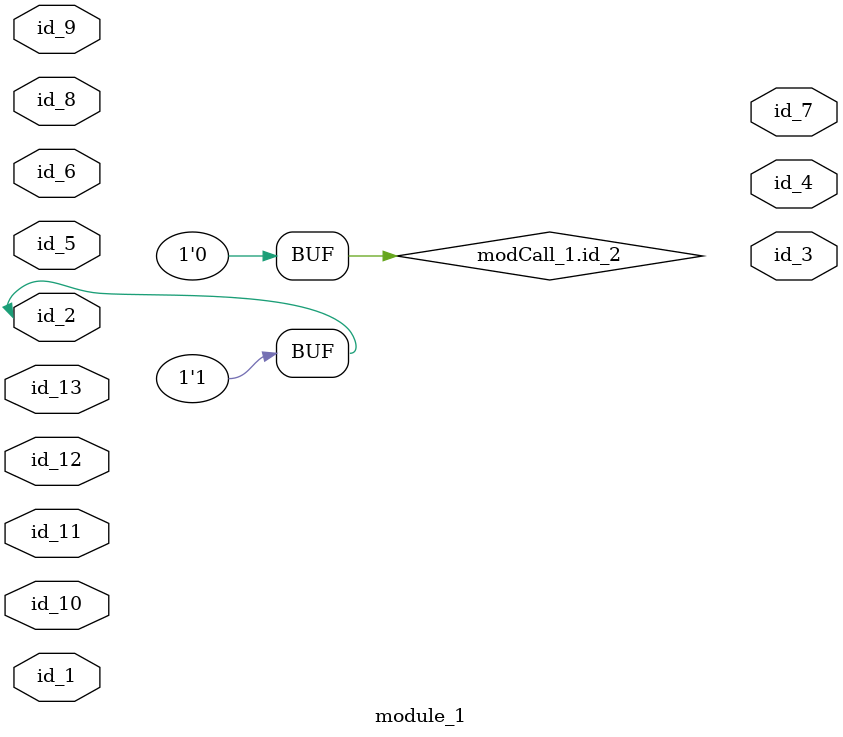
<source format=v>
module module_0 (
    id_1
);
  input wire id_1;
  wor id_2, id_3;
  assign id_3 = 1;
endmodule
module module_1 (
    id_1,
    id_2,
    id_3,
    id_4,
    id_5,
    id_6,
    id_7,
    id_8,
    id_9,
    id_10,
    id_11,
    id_12,
    id_13
);
  input wire id_13;
  inout wire id_12;
  input wire id_11;
  inout wire id_10;
  inout wire id_9;
  inout wire id_8;
  output wire id_7;
  inout wire id_6;
  input wire id_5;
  output wire id_4;
  output wire id_3;
  inout wire id_2;
  inout wire id_1;
  wire id_14;
  module_0 modCall_1 (id_8);
  assign modCall_1.id_2 = 0;
  assign id_2 = 1;
endmodule

</source>
